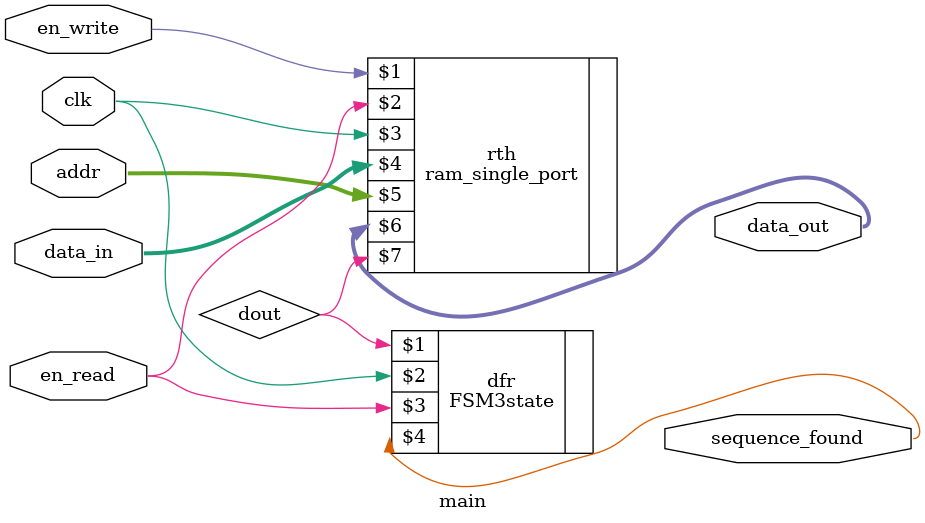
<source format=v>
`include "mem.v"

`include "seq001.v"

 module main(
      input en_write, en_read,clk,
      input [ram_width-1:0] data_in,
        input [addr_size-1 : 0]addr,
        output [ram_width-1:0] data_out, 
        output sequence_found );


 parameter ram_width = 8,
          addr_size = 5,
          ram_depth = 256 ;


    ram_single_port rth(en_write, en_read,clk,data_in,addr,data_out,dout );

    FSM3state dfr(dout,clk, en_read,sequence_found); 


 endmodule
          
           
</source>
